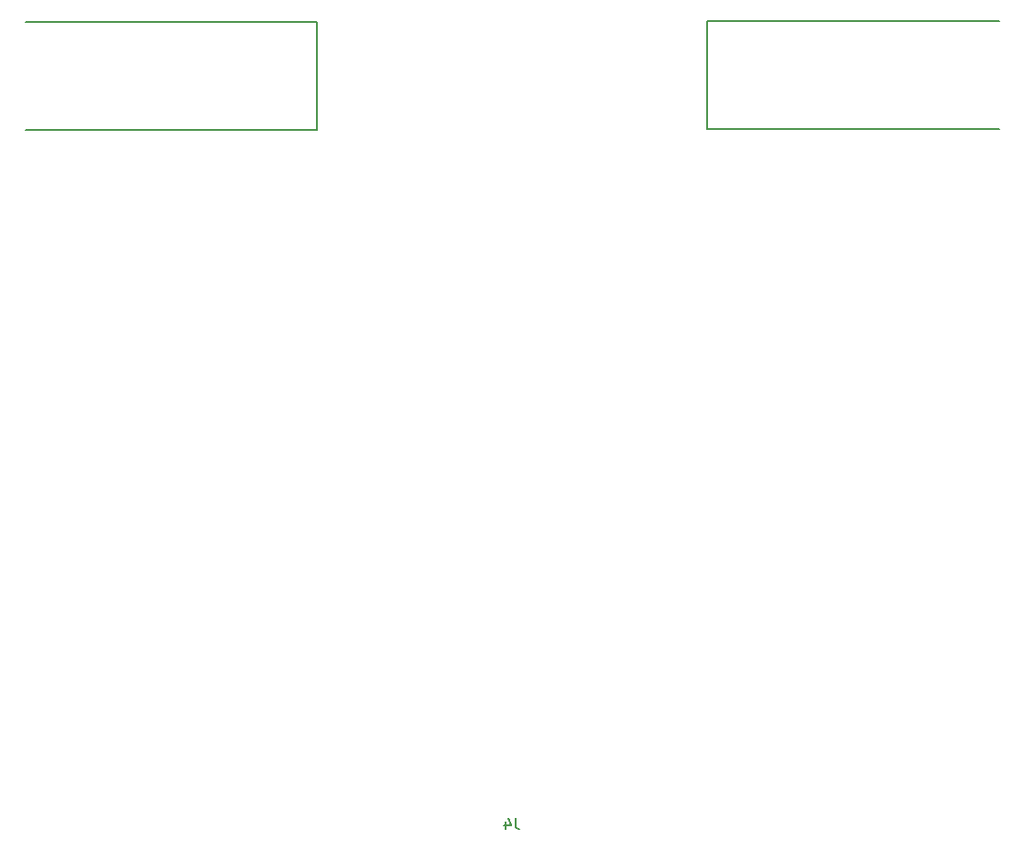
<source format=gbo>
G04 #@! TF.GenerationSoftware,KiCad,Pcbnew,(5.1.6)-1*
G04 #@! TF.CreationDate,2022-02-26T01:51:55-08:00*
G04 #@! TF.ProjectId,seguilineas_actualizado,73656775-696c-4696-9e65-61735f616374,rev?*
G04 #@! TF.SameCoordinates,Original*
G04 #@! TF.FileFunction,Legend,Bot*
G04 #@! TF.FilePolarity,Positive*
%FSLAX46Y46*%
G04 Gerber Fmt 4.6, Leading zero omitted, Abs format (unit mm)*
G04 Created by KiCad (PCBNEW (5.1.6)-1) date 2022-02-26 01:51:55*
%MOMM*%
%LPD*%
G01*
G04 APERTURE LIST*
%ADD10C,0.150000*%
%ADD11C,2.800000*%
%ADD12O,1.700000X1.700000*%
%ADD13R,1.700000X1.700000*%
%ADD14C,1.358000*%
%ADD15R,1.358000X1.358000*%
%ADD16C,1.560000*%
%ADD17R,1.560000X1.560000*%
%ADD18R,1.860000X1.860000*%
%ADD19C,1.860000*%
G04 APERTURE END LIST*
D10*
X247410000Y-47790000D02*
X220410000Y-47790000D01*
X220410000Y-47790000D02*
X220410000Y-57790000D01*
X220410000Y-57790000D02*
X247410000Y-57790000D01*
X184380000Y-47850000D02*
X157380000Y-47850000D01*
X184380000Y-57850000D02*
X184380000Y-47850000D01*
X157380000Y-57850000D02*
X184380000Y-57850000D01*
X202683333Y-121562380D02*
X202683333Y-122276666D01*
X202730952Y-122419523D01*
X202826190Y-122514761D01*
X202969047Y-122562380D01*
X203064285Y-122562380D01*
X201778571Y-121895714D02*
X201778571Y-122562380D01*
X202016666Y-121514761D02*
X202254761Y-122229047D01*
X201635714Y-122229047D01*
%LPC*%
D11*
X167465000Y-126990000D03*
X237315000Y-126990000D03*
D12*
X215100000Y-111180000D03*
X212560000Y-111180000D03*
X210020000Y-111180000D03*
X207480000Y-111180000D03*
X204940000Y-111180000D03*
X202400000Y-111180000D03*
X199860000Y-111180000D03*
X197320000Y-111180000D03*
X194780000Y-111180000D03*
X192240000Y-111180000D03*
D13*
X189700000Y-111180000D03*
D12*
X186380000Y-79490000D03*
X188920000Y-79490000D03*
X191460000Y-79490000D03*
X194000000Y-79490000D03*
X196540000Y-79490000D03*
D13*
X199080000Y-79490000D03*
D14*
X218840000Y-74520000D03*
X216300000Y-74520000D03*
X213760000Y-74520000D03*
X211220000Y-74520000D03*
X208680000Y-74520000D03*
X206140000Y-74520000D03*
X203600000Y-74520000D03*
X201060000Y-74520000D03*
X198520000Y-74520000D03*
X195980000Y-74520000D03*
X193440000Y-74520000D03*
X190900000Y-74520000D03*
X188360000Y-74520000D03*
X185820000Y-74520000D03*
X185820000Y-66600000D03*
X188360000Y-66600000D03*
X190900000Y-66600000D03*
X193440000Y-66600000D03*
X195980000Y-66600000D03*
X198520000Y-66600000D03*
X208680000Y-66600000D03*
X206140000Y-66600000D03*
X211220000Y-66600000D03*
X213760000Y-66600000D03*
X201060000Y-66600000D03*
X203600000Y-66600000D03*
X216300000Y-66600000D03*
D15*
X218840000Y-66600000D03*
D12*
X179510000Y-72840000D03*
X176970000Y-72840000D03*
X179510000Y-70300000D03*
X176970000Y-70300000D03*
X179510000Y-67760000D03*
D13*
X176970000Y-67760000D03*
D16*
X211290000Y-57550000D03*
X208750000Y-57550000D03*
X206210000Y-57550000D03*
X203670000Y-57550000D03*
X201130000Y-57550000D03*
X198590000Y-57550000D03*
X196050000Y-57550000D03*
D17*
X193510000Y-57550000D03*
X193510000Y-44850000D03*
D16*
X196050000Y-44850000D03*
X198590000Y-44850000D03*
X201130000Y-44850000D03*
X203670000Y-44850000D03*
X206210000Y-44850000D03*
X208750000Y-44850000D03*
D17*
X211290000Y-44850000D03*
D13*
X188090000Y-96180000D03*
D12*
X188090000Y-98720000D03*
D13*
X218640000Y-50800000D03*
D12*
X218640000Y-53340000D03*
X186160000Y-53380000D03*
D13*
X186160000Y-50840000D03*
D18*
X189250000Y-91820000D03*
D19*
X191790000Y-91820000D03*
X194330000Y-91820000D03*
M02*

</source>
